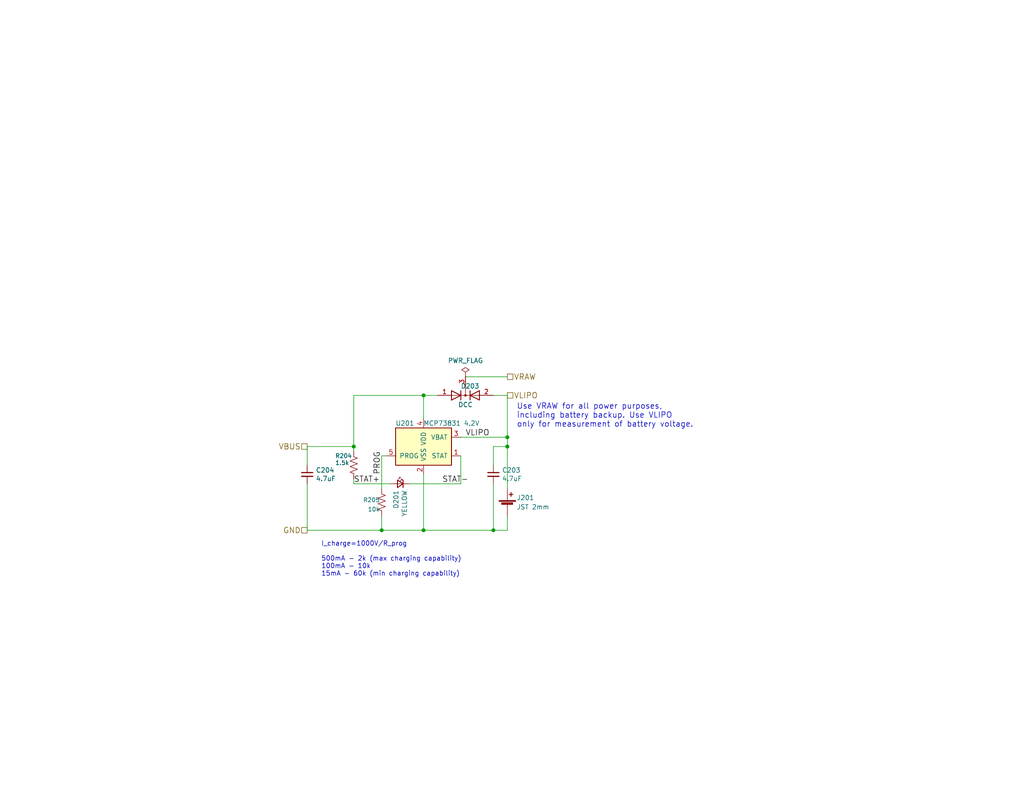
<source format=kicad_sch>
(kicad_sch (version 20211123) (generator eeschema)
  (paper "USLetter")
  (title_block (title "Rocketometer055") (date "2017-08-12") (rev "0.0") (company "St Kwan's Home for the Terminally ADD"))
  (lib_symbols
    (symbol "Battery_Management:MCP73831-2-OT" (pin_names (offset 1.016))
      (property "Reference" "U" (at -7.62 6.35 0))
      (property "Value" "MCP73831-2-OT" (at 1.27 6.35 0))
      (symbol "MCP73831-2-OT_0_1"
        (rectangle (start -7.62 5.08) (end 7.62 -5.08) (stroke (width 0.254)) (fill (type background)))
      )
      (symbol "MCP73831-2-OT_1_1"
        (pin output line (at 10.16 -2.54 180) (length 2.54) (name "STAT") (number "1"))
        (pin power_in line (at 0 -7.62 90) (length 2.54) (name "VSS") (number "2"))
        (pin power_out line (at 10.16 2.54 180) (length 2.54) (name "VBAT") (number "3"))
        (pin power_in line (at 0 7.62 270) (length 2.54) (name "VDD") (number "4"))
        (pin input line (at -10.16 -2.54 0) (length 2.54) (name "PROG") (number "5"))
      )
    )
    (symbol "Device:Battery_Cell" (pin_numbers hide) (pin_names (offset 0) hide)
      (property "Reference" "BT" (at 2.54 2.54 0))
      (property "Value" "Battery_Cell" (at 2.54 0 0))
      (symbol "Battery_Cell_0_1"
        (rectangle (start -2.286 1.778) (end 2.286 1.524) (fill (type outline)))
        (rectangle (start -1.5748 1.1938) (end 1.4732 0.6858) (fill (type outline)))
        (polyline (pts (xy 0 0.762) (xy 0 0)))
        (polyline (pts (xy 0 1.778) (xy 0 2.54)))
        (polyline (pts (xy 0.508 3.429) (xy 1.524 3.429)) (stroke (width 0.254)))
        (polyline (pts (xy 1.016 3.937) (xy 1.016 2.921)) (stroke (width 0.254)))
      )
      (symbol "Battery_Cell_1_1"
        (pin passive line (at 0 5.08 270) (length 2.54) (name "+") (number "1"))
        (pin passive line (at 0 -2.54 90) (length 2.54) (name "-") (number "2"))
      )
    )
    (symbol "Device:C_Small" (pin_numbers hide) (pin_names (offset 0.254) hide)
      (property "Reference" "C" (at 0.254 1.778 0))
      (property "Value" "C_Small" (at 0.254 -2.032 0))
      (symbol "C_Small_0_1"
        (polyline (pts (xy -1.524 -0.508) (xy 1.524 -0.508)) (stroke (width 0.3302)))
        (polyline (pts (xy -1.524 0.508) (xy 1.524 0.508)) (stroke (width 0.3048)))
      )
      (symbol "C_Small_1_1"
        (pin passive line (at 0 2.54 270) (length 2.032) (name "~") (number "1"))
        (pin passive line (at 0 -2.54 90) (length 2.032) (name "~") (number "2"))
      )
    )
    (symbol "Device:D_Dual_CommonCathode_AAK" (pin_names (offset 0.762) hide)
      (property "Reference" "D" (at 1.27 -2.54 0))
      (property "Value" "D_Dual_CommonCathode_AAK" (at 0 2.54 0))
      (symbol "D_Dual_CommonCathode_AAK_0_1"
        (polyline (pts (xy -3.81 0) (xy 3.81 0)))
        (polyline (pts (xy 0 0) (xy 0 -2.54)))
        (polyline (pts (xy -1.27 -1.27) (xy -1.27 1.27) (xy -1.27 1.27)) (stroke (width 0.254)))
        (polyline (pts (xy 1.27 -1.27) (xy 1.27 1.27) (xy 1.27 1.27)) (stroke (width 0.254)))
        (polyline (pts (xy -3.81 1.27) (xy -1.27 0) (xy -3.81 -1.27) (xy -3.81 1.27) (xy -3.81 1.27) (xy -3.81 1.27)) (stroke (width 0.254)))
        (polyline (pts (xy 3.81 -1.27) (xy 1.27 0) (xy 3.81 1.27) (xy 3.81 -1.27) (xy 3.81 -1.27) (xy 3.81 -1.27)) (stroke (width 0.254)))
        (circle (center 0 0) (radius 0.254) (fill (type outline)))
        (pin passive line (at -7.62 0 0) (length 3.81) (name "A") (number "1"))
        (pin passive line (at 7.62 0 180) (length 3.81) (name "A") (number "2"))
        (pin passive line (at 0 -5.08 90) (length 2.54) (name "K") (number "3"))
      )
    )
    (symbol "Device:LED_Small" (pin_numbers hide) (pin_names (offset 0.254) hide)
      (property "Reference" "D" (at -1.27 3.175 0))
      (property "Value" "LED_Small" (at -4.445 -2.54 0))
      (symbol "LED_Small_0_1"
        (polyline (pts (xy -0.762 -1.016) (xy -0.762 1.016)) (stroke (width 0.254)))
        (polyline (pts (xy 1.016 0) (xy -0.762 0)))
        (polyline (pts (xy 0.762 -1.016) (xy -0.762 0) (xy 0.762 1.016) (xy 0.762 -1.016)) (stroke (width 0.254)))
        (polyline (pts (xy 0 0.762) (xy -0.508 1.27) (xy -0.254 1.27) (xy -0.508 1.27) (xy -0.508 1.016)))
        (polyline (pts (xy 0.508 1.27) (xy 0 1.778) (xy 0.254 1.778) (xy 0 1.778) (xy 0 1.524)))
      )
      (symbol "LED_Small_1_1"
        (pin passive line (at -2.54 0 0) (length 1.778) (name "K") (number "1"))
        (pin passive line (at 2.54 0 180) (length 1.778) (name "A") (number "2"))
      )
    )
    (symbol "Device:R_US" (pin_numbers hide) (pin_names (offset 0))
      (property "Reference" "R" (at 2.54 0 90))
      (property "Value" "R_US" (at -2.54 0 90))
      (symbol "R_US_0_1"
        (polyline (pts (xy 0 -2.286) (xy 0 -2.54)))
        (polyline (pts (xy 0 2.286) (xy 0 2.54)))
        (polyline (pts (xy 0 -0.762) (xy 1.016 -1.143) (xy 0 -1.524) (xy -1.016 -1.905) (xy 0 -2.286)))
        (polyline (pts (xy 0 0.762) (xy 1.016 0.381) (xy 0 0) (xy -1.016 -0.381) (xy 0 -0.762)))
        (polyline (pts (xy 0 2.286) (xy 1.016 1.905) (xy 0 1.524) (xy -1.016 1.143) (xy 0 0.762)))
      )
      (symbol "R_US_1_1"
        (pin passive line (at 0 3.81 270) (length 1.27) (name "~") (number "1"))
        (pin passive line (at 0 -3.81 90) (length 1.27) (name "~") (number "2"))
      )
    )
    (symbol "power:PWR_FLAG" (power) (pin_numbers hide) (pin_names (offset 0) hide)
      (property "Value" "PWR_FLAG" (at 0 3.81 0))
      (symbol "PWR_FLAG_0_0"
        (pin power_out line (at 0 0 90) (length 0) (name "pwr") (number "1"))
      )
      (symbol "PWR_FLAG_0_1"
        (polyline (pts (xy 0 0) (xy 0 1.27) (xy -1.016 1.905) (xy 0 2.54) (xy 1.016 1.905) (xy 0 1.27)))
      )
    )
  )
  (junction (at 115.57 144.78))
  (junction (at 134.62 144.78))
  (junction (at 115.57 107.95))
  (junction (at 138.43 121.92))
  (junction (at 96.52 121.92))
  (junction (at 104.14 144.78))
  (junction (at 138.43 119.38))
  (wire (pts (xy 96.52 107.95) (xy 115.57 107.95)))
  (wire (pts (xy 138.43 119.38) (xy 138.43 121.92)))
  (wire (pts (xy 125.73 119.38) (xy 138.43 119.38)))
  (wire (pts (xy 96.52 121.92) (xy 96.52 123.19)))
  (wire (pts (xy 104.14 144.78) (xy 115.57 144.78)))
  (wire (pts (xy 96.52 121.92) (xy 96.52 107.95)))
  (wire (pts (xy 115.57 107.95) (xy 115.57 114.3)))
  (wire (pts (xy 127 102.87) (xy 138.43 102.87)))
  (wire (pts (xy 111.76 132.08) (xy 125.73 132.08)))
  (wire (pts (xy 134.62 144.78) (xy 134.62 132.08)))
  (wire (pts (xy 96.52 132.08) (xy 106.68 132.08)))
  (wire (pts (xy 104.14 124.46) (xy 104.14 133.35)))
  (wire (pts (xy 138.43 121.92) (xy 138.43 133.35)))
  (wire (pts (xy 115.57 129.54) (xy 115.57 144.78)))
  (wire (pts (xy 105.41 124.46) (xy 104.14 124.46)))
  (wire (pts (xy 83.82 144.78) (xy 104.14 144.78)))
  (wire (pts (xy 83.82 144.78) (xy 83.82 132.08)))
  (wire (pts (xy 134.62 121.92) (xy 134.62 127)))
  (wire (pts (xy 138.43 107.95) (xy 138.43 119.38)))
  (wire (pts (xy 134.62 144.78) (xy 138.43 144.78)))
  (wire (pts (xy 125.73 124.46) (xy 125.73 132.08)))
  (wire (pts (xy 83.82 121.92) (xy 96.52 121.92)))
  (wire (pts (xy 115.57 107.95) (xy 119.38 107.95)))
  (wire (pts (xy 104.14 144.78) (xy 104.14 140.97)))
  (wire (pts (xy 115.57 144.78) (xy 134.62 144.78)))
  (wire (pts (xy 134.62 107.95) (xy 138.43 107.95)))
  (wire (pts (xy 83.82 121.92) (xy 83.82 127)))
  (wire (pts (xy 138.43 144.78) (xy 138.43 140.97)))
  (wire (pts (xy 134.62 121.92) (xy 138.43 121.92)))
  (wire (pts (xy 96.52 130.81) (xy 96.52 132.08)))
  (text "Use VRAW for all power purposes,\nincluding battery backup. Use VLIPO\nonly for measurement of battery voltage." (at 140.97 116.84 0) (effects (font (size 1.524 1.524)) (justify left bottom)))
  (text "I_charge=1000V/R_prog\n\n500mA - 2k (max charging capability)\n100mA - 10k\n15mA - 60k (min charging capability)" (at 87.63 157.48 0) (effects (font (size 1.27 1.27)) (justify left bottom)))
  (label "STAT-" (at 120.65 132.08 0) (effects (font (size 1.524 1.524))))
  (label "PROG" (at 104.14 129.54 90) (effects (font (size 1.524 1.524))))
  (label "STAT+" (at 96.52 132.08 0) (effects (font (size 1.524 1.524))))
  (label "VLIPO" (at 127 119.38 0) (effects (font (size 1.524 1.524))))
  (hierarchical_label "VBUS" (shape passive) (at 83.82 121.92 180) (effects (font (size 1.524 1.524))))
  (hierarchical_label "VLIPO" (shape passive) (at 138.43 107.95 0) (effects (font (size 1.524 1.524))))
  (hierarchical_label "GND" (shape passive) (at 83.82 144.78 180) (effects (font (size 1.524 1.524))))
  (hierarchical_label "VRAW" (shape passive) (at 138.43 102.87 0) (effects (font (size 1.524 1.524))))
  (symbol (lib_id "Device:C_Small") (at 83.82 129.54 0) (unit 1)
    (property "Reference" "C204" (at 86.1568 128.3716 0) (effects (justify left)))
    (property "Value" "4.7uF" (at 86.1568 130.683 0) (effects (justify left)))
    (property "Footprint" "Capacitor_SMD:C_0603_1608Metric" (effects hide))
  )
  (symbol (lib_id "Device:R_US") (at 96.52 127 0) (unit 1)
    (property "Reference" "R204" (at 91.44 124.46 0) (effects (font (size 1.143 1.143)) (justify left)))
    (property "Value" "1.5k" (at 91.44 127 0) (effects (font (size 1.143 1.143)) (justify left bottom)))
    (property "Footprint" "Resistor_SMD:R_0402_1005Metric" (effects hide))
  )
  (symbol (lib_id "Device:LED_Small") (at 109.22 132.08 0) (mirror y) (unit 1)
    (property "Reference" "D201" (at 108.0516 133.8072 90) (effects (justify right)))
    (property "Value" "YELLOW" (at 110.363 133.8072 90) (effects (justify right)))
    (property "Footprint" "LED_SMD:LED_0603_1608Metric" (effects hide))
  )
  (symbol (lib_id "Device:R_US") (at 104.14 137.16 0) (unit 1)
    (property "Reference" "R205" (at 99.06 137.16 0) (effects (font (size 1.143 1.143)) (justify left bottom)))
    (property "Value" "10k" (at 100.33 139.7 0) (effects (font (size 1.143 1.143)) (justify left bottom)))
    (property "Footprint" "Resistor_SMD:R_0402_1005Metric" (effects hide))
  )
  (symbol (lib_id "Device:C_Small") (at 134.62 129.54 0) (unit 1)
    (property "Reference" "C203" (at 136.9568 128.3716 0) (effects (justify left)))
    (property "Value" "4.7uF" (at 136.9568 130.683 0) (effects (justify left)))
    (property "Footprint" "Capacitor_SMD:C_0603_1608Metric" (effects hide))
  )
  (symbol (lib_id "Device:D_Dual_CommonCathode_AAK") (at 127 107.95 0) (mirror x) (unit 1)
    (property "Reference" "D203" (at 128.27 105.41 0))
    (property "Value" "DCC" (at 127 110.49 0))
    (property "Footprint" "Package_TO_SOT_SMD:SOT-23" (effects hide))
    (property "Digikey" "1727-5188-1-ND" (effects hide))
  )
  (symbol (lib_id "power:PWR_FLAG") (at 127 102.87 0) (unit 1)
    (property "Reference" "#FLG0101" (effects hide))
    (property "Value" "PWR_FLAG" (at 127 98.4504 0))
  )
  (symbol (lib_id "Device:Battery_Cell") (at 138.43 138.43 0) (unit 1)
    (property "Reference" "J201" (at 140.97 135.89 0) (effects (justify left)))
    (property "Value" "JST 2mm" (at 140.97 138.43 0) (effects (justify left)))
    (property "Footprint" "KwanSystems:SPARKFUN_JST_POWER" (effects hide))
  )
  (symbol (lib_id "Battery_Management:MCP73831-2-OT") (at 115.57 121.92 0) (unit 1)
    (property "Reference" "U201" (at 110.49 115.57 0))
    (property "Value" "MCP73831 4.2V" (at 123.19 115.57 0))
    (property "Footprint" "Package_TO_SOT_SMD:SOT-23-5" (effects hide))
    (property "Datasheet" "http://ww1.microchip.com/downloads/en/DeviceDoc/20001984g.pdf" (effects hide))
    (property "Digikey" "MCP73831T-2ACI" (effects hide))
  )
)
</source>
